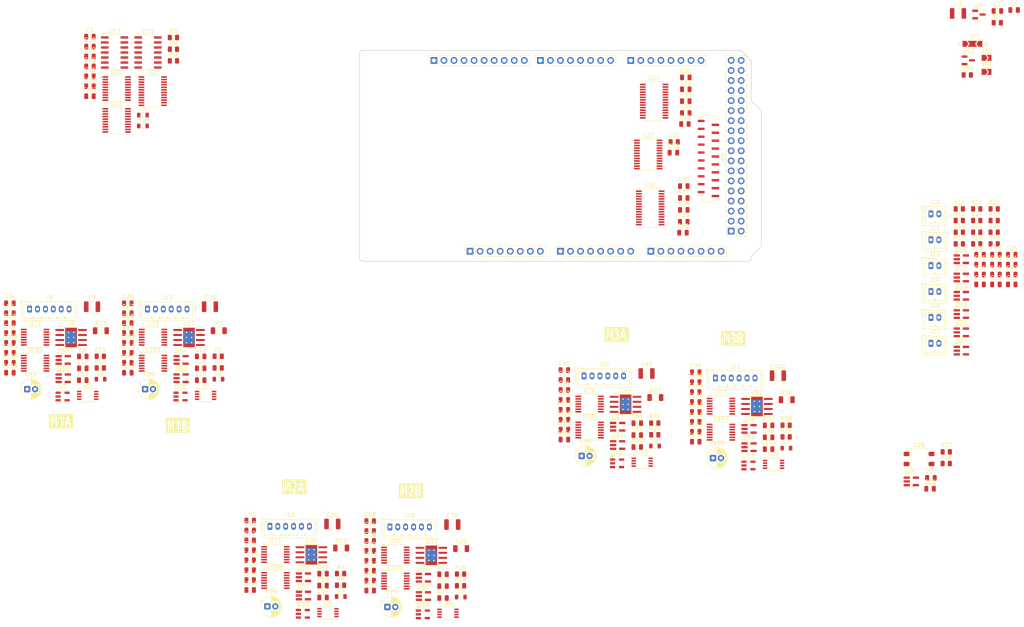
<source format=kicad_pcb>
(kicad_pcb (version 20241229) (generator "pcbnew") (generator_version "9.0")
  (title_block (date "mar. 31 mars 2015"))
  (layers (0 "F.Cu" signal) (2 "B.Cu" signal) (13 "F.Paste" user) (15 "B.Paste" user) (5 "F.SilkS" user "F.Silkscreen") (7 "B.SilkS" user "B.Silkscreen") (1 "F.Mask" user) (3 "B.Mask" user) (25 "Edge.Cuts" user))
  (net 0 "")
  (net 1 "GND")
  (net 2 "/*52")
  (net 3 "/53")
  (net 4 "/50")
  (net 5 "/51")
  (net 6 "/48")
  (net 7 "/49")
  (net 8 "/*46")
  (net 9 "/47")
  (net 10 "/*44")
  (net 11 "/*45")
  (net 12 "/42")
  (net 13 "/43")
  (net 14 "/40")
  (net 15 "/41")
  (net 16 "/38")
  (net 17 "/39")
  (net 18 "/36")
  (net 19 "/37")
  (net 20 "/34")
  (net 21 "/35")
  (net 22 "/32")
  (net 23 "/33")
  (net 24 "/30")
  (net 25 "/31")
  (net 26 "/28")
  (net 27 "/29")
  (net 28 "/26")
  (net 29 "/27")
  (net 30 "/24")
  (net 31 "/25")
  (net 32 "/22")
  (net 33 "/23")
  (net 34 "+5V")
  (net 35 "Net-(C10-Pad1)")
  (net 36 "/A0")
  (net 37 "/A1")
  (net 38 "/A2")
  (net 39 "/A3")
  (net 40 "/A4")
  (net 41 "/A5")
  (net 42 "/A6")
  (net 43 "/A7")
  (net 44 "/A8")
  (net 45 "/A9")
  (net 46 "/A10")
  (net 47 "/A11")
  (net 48 "/A12")
  (net 49 "/A13")
  (net 50 "/A14")
  (net 51 "/A15")
  (net 52 "/AREF")
  (net 53 "/*13")
  (net 54 "/*12")
  (net 55 "/*11")
  (net 56 "/*10")
  (net 57 "/*9")
  (net 58 "/*8")
  (net 59 "/*7")
  (net 60 "/*6")
  (net 61 "/*5")
  (net 62 "/*4")
  (net 63 "/*3")
  (net 64 "/*2")
  (net 65 "/TX0{slash}1")
  (net 66 "/RX0{slash}0")
  (net 67 "Net-(C11-Pad1)")
  (net 68 "/TX3{slash}14")
  (net 69 "/RX3{slash}15")
  (net 70 "/TX2{slash}16")
  (net 71 "/RX2{slash}17")
  (net 72 "/TX1{slash}18")
  (net 73 "/RX1{slash}19")
  (net 74 "/SDA{slash}20")
  (net 75 "/SCL{slash}21")
  (net 76 "/Motor Control/VREF_M1A")
  (net 77 "Net-(U7-V+)")
  (net 79 "Net-(C16-Pad1)")
  (net 80 "Net-(C17-Pad1)")
  (net 81 "Net-(C23-Pad1)")
  (net 82 "+12V")
  (net 83 "Net-(C24-Pad1)")
  (net 84 "/Serial ports/RS232 Interface #1/C1+")
  (net 85 "/Serial ports/RS232 Interface #1/C1-")
  (net 86 "/Serial ports/RS232 Interface #1/V-")
  (net 87 "/Serial ports/RS232 Interface #1/C2+")
  (net 88 "/Serial ports/RS232 Interface #1/C2-")
  (net 89 "/Serial ports/RS232 Interface #1/V+")
  (net 90 "Net-(C26-Pad1)")
  (net 91 "/Serial ports/RS232 Interface #2/C1-")
  (net 92 "/Motor Control/VREF_M1B")
  (net 93 "/Serial ports/RS232 Interface #2/C1+")
  (net 94 "/Serial ports/RS232 Interface #2/V-")
  (net 95 "/Serial ports/RS232 Interface #2/C2-")
  (net 96 "Net-(C41-Pad1)")
  (net 97 "Net-(C42-Pad1)")
  (net 98 "Net-(U18-V+)")
  (net 99 "Net-(C49-Pad1)")
  (net 100 "Net-(C50-Pad1)")
  (net 101 "/Motor Control/VREF_M2A")
  (net 102 "Net-(U12-V_{DD})")
  (net 103 "Net-(U30-V+)")
  (net 104 "Net-(C71-Pad1)")
  (net 105 "Net-(C72-Pad1)")
  (net 106 "/Serial ports/RS232 Interface #2/C2+")
  (net 107 "/Serial ports/RS232 Interface #2/V+")
  (net 108 "/Motor Control/VREF_M2B")
  (net 109 "Net-(U39-V+)")
  (net 110 "Net-(J13-Pin_1)")
  (net 111 "Net-(C84-Pad1)")
  (net 112 "Net-(C85-Pad1)")
  (net 113 "Net-(C52-Pad1)")
  (net 114 "/Motor Control/VREF_M3A")
  (net 115 "Net-(U23-V_{DD})")
  (net 116 "Net-(U28-Vcc)")
  (net 118 "Net-(U46-V+)")
  (net 119 "Net-(C97-Pad1)")
  (net 120 "Net-(C98-Pad1)")
  (net 121 "/Motor Control/VREF_M3B")
  (net 122 "/Motor Control/H-bridge #1/MOTOR+")
  (net 123 "Net-(U53-V+)")
  (net 124 "/Motor Control/H-bridge #1/MOTOR-")
  (net 125 "Net-(J10-Pin_1)")
  (net 126 "/Serial ports/RTS_LINE2")
  (net 127 "/Serial ports/RI_LINE1")
  (net 128 "/Serial ports/CTS_LINE2")
  (net 129 "Net-(U17-ISEN)")
  (net 130 "Net-(U29-ISEN)")
  (net 131 "Net-(U37-ISEN)")
  (net 132 "Net-(J11-Pin_1)")
  (net 133 "/Motor Control/H-bridge #2/MOTOR+")
  (net 134 "/Motor Control/H-bridge #2/MOTOR-")
  (net 135 "Net-(J14-Pin_1)")
  (net 136 "/Motor Control/H-bridge #3/MOTOR-")
  (net 137 "/Motor Control/H-bridge #3/MOTOR+")
  (net 138 "Net-(U45-ISEN)")
  (net 139 "Net-(U52-ISEN)")
  (net 140 "/Motor Control/POT1_~{RESET}")
  (net 141 "Net-(U6-ISEN)")
  (net 142 "/Serial ports/DCD_LINE1")
  (net 143 "/Serial ports/CTS_LINE1")
  (net 144 "/Serial ports/RI_LINE2")
  (net 145 "/Serial ports/DCD_LINE2")
  (net 146 "/Serial ports/DTR_LINE2")
  (net 147 "/Serial ports/RX_LINE2")
  (net 148 "/Serial ports/DTR_LINE1")
  (net 149 "/Serial ports/RX_LINE1")
  (net 150 "/Serial ports/TX_LINE1")
  (net 151 "/Serial ports/DSR_LINE1")
  (net 152 "/Serial ports/RTS_LINE1")
  (net 153 "/Serial ports/DSR_LINE2")
  (net 154 "/Serial ports/TX_LINE2")
  (net 155 "/Motor Control/POT2_~{RESET}")
  (net 156 "/Serial ports/DTR_IN1")
  (net 157 "/Serial ports/CTS_IN1")
  (net 158 "/Serial ports/~{SHDN_IN1}")
  (net 159 "/Serial ports/DSR_IN1")
  (net 161 "/Motor Control/H-bridge #4/MOTOR-")
  (net 162 "/Serial ports/DCD_IN1")
  (net 164 "/Serial ports/RTS_IN1")
  (net 165 "/Serial ports/RI_IN1")
  (net 166 "/Motor Control/H-bridge #4/MOTOR+")
  (net 167 "/Serial ports/DCD_IN2")
  (net 168 "/Serial ports/RI_IN2")
  (net 169 "/Serial ports/DSR_IN2")
  (net 170 "/Serial ports/ST_IN2")
  (net 171 "/Serial ports/~{SHDN_IN2}")
  (net 172 "/Motor Control/LIM_SW00")
  (net 173 "/Serial ports/RTS_IN2")
  (net 174 "/Motor Control/H-bridge #5/MOTOR+")
  (net 175 "/Motor Control/LIM_SW05")
  (net 176 "/Motor Control/H-bridge #5/MOTOR-")
  (net 177 "/Motor Control/H-bridge #6/MOTOR+")
  (net 178 "/Motor Control/H-bridge #6/MOTOR-")
  (net 179 "/Serial ports/CTS_IN2")
  (net 180 "/Serial ports/DTR_IN2")
  (net 181 "/Motor Control/EN_M2A")
  (net 182 "/Motor Control/LIM_SW02")
  (net 184 "/Motor Control/EN_M1A")
  (net 185 "/Motor Control/EN_M3B")
  (net 186 "/Motor Control/EN_M3A")
  (net 187 "/Motor Control/LIM_SW03")
  (net 188 "/Motor Control/F{slash}~{R}_MB")
  (net 189 "Net-(J16-Pin_1)")
  (net 190 "Net-(J17-Pin_1)")
  (net 191 "/Motor Control/F{slash}~{R}_MA")
  (net 192 "/Motor Control/LIM_SW01")
  (net 193 "/Motor Control/EN_M2B")
  (net 194 "/Motor Control/EN_M1B")
  (net 195 "/Motor Control/LIM_SW04")
  (net 196 "Net-(U3-Pad5)")
  (net 197 "Net-(U28-OUT)")
  (net 198 "Net-(U3-Pad2)")
  (net 199 "/Motor Control/H-bridge #1/~{ENABLE_MOTOR}")
  (net 200 "/Motor Control/H-bridge #1/IN1")
  (net 201 "/Motor Control/H-bridge #1/IN2")
  (net 203 "/Serial ports/ST_IN1")
  (net 204 "/Motor Control/CURRENT_M1A")
  (net 205 "Net-(U4-Pad5)")
  (net 207 "Net-(U4-Pad2)")
  (net 208 "/Motor Control/H-bridge #2/~{ENABLE_MOTOR}")
  (net 209 "Net-(U61-Pad4)")
  (net 210 "Net-(U12-SO)")
  (net 211 "/Motor Control/CURRENT_M2A")
  (net 212 "/Motor Control/CURRENT_M1B")
  (net 213 "/Motor Control/CURRENT_M3B")
  (net 214 "/Motor Control/CURRENT_M3A")
  (net 215 "/Motor Control/CURRENT_M2B")
  (net 216 "Net-(U55-Pad4)")
  (net 217 "/Motor Control/H-bridge #2/IN2")
  (net 218 "/Motor Control/H-bridge #2/IN1")
  (net 220 "Net-(U62-Pad4)")
  (net 221 "Net-(U56-Pad4)")
  (net 222 "/Motor Control/H-bridge #3/~{ENABLE_MOTOR}")
  (net 223 "/Motor Control/H-bridge #4/~{ENABLE_MOTOR}")
  (net 224 "/Motor Control/H-bridge #4/IN2")
  (net 225 "/Motor Control/H-bridge #4/IN1")
  (net 228 "Net-(U19-Pad5)")
  (net 229 "Net-(U19-Pad2)")
  (net 233 "/Motor Control/H-bridge #3/IN2")
  (net 234 "/Motor Control/H-bridge #3/IN1")
  (net 238 "/Motor Control/H-bridge #5/IN1")
  (net 240 "/Motor Control/H-bridge #5/IN2")
  (net 241 "Net-(U25-Pad2)")
  (net 242 "Net-(U25-Pad5)")
  (net 244 "/Motor Control/H-bridge #5/~{ENABLE_MOTOR}")
  (net 245 "/Motor Control/H-bridge #6/~{ENABLE_MOTOR}")
  (net 246 "/Motor Control/H-bridge #6/IN1")
  (net 247 "/Motor Control/H-bridge #6/IN2")
  (net 262 "Net-(U72-Pad12)")
  (net 263 "Net-(U72-Pad13)")
  (net 264 "/Motor Control/H-bridge #1/~{FORWARD}{slash}REVERSE")
  (net 265 "Net-(U73-Pad12)")
  (net 266 "Net-(U73-Pad13)")
  (net 267 "/Motor Control/H-bridge #2/~{FORWARD}{slash}REVERSE")
  (net 268 "/Motor Control/H-bridge #3/~{FORWARD}{slash}REVERSE")
  (net 269 "Net-(U74-Pad13)")
  (net 270 "Net-(U74-Pad12)")
  (net 271 "/Motor Control/H-bridge #4/~{FORWARD}{slash}REVERSE")
  (net 272 "Net-(U75-Pad12)")
  (net 273 "Net-(U75-Pad13)")
  (net 274 "Net-(U76-Pad13)")
  (net 275 "Net-(U76-Pad12)")
  (net 276 "/Motor Control/H-bridge #5/~{FORWARD}{slash}REVERSE")
  (net 277 "Net-(U77-Pad12)")
  (net 278 "Net-(U77-Pad13)")
  (net 279 "/Motor Control/H-bridge #6/~{FORWARD}{slash}REVERSE")
  (net 280 "Net-(U102-Pad3)")
  (net 281 "Net-(U102-Pad10)")
  (net 282 "Net-(U103-Pad3)")
  (net 283 "Net-(U103-Pad10)")
  (net 284 "Net-(U104-Pad3)")
  (net 285 "Net-(U104-Pad10)")
  (net 286 "Net-(U105-Pad10)")
  (net 287 "Net-(U105-Pad3)")
  (net 288 "Net-(U106-Pad3)")
  (net 289 "Net-(U106-Pad10)")
  (net 290 "Net-(U107-Pad10)")
  (net 291 "Net-(U107-Pad3)")
  (net 292 "Net-(JP1-A)")
  (net 293 "Net-(JP1-B)")
  (net 294 "Net-(JP2-A)")
  (net 295 "Net-(JP3-A)")
  (footprint "Connector_PinSocket_2.54mm:PinSocket_2x18_P2.54mm_Vertical" (layer "F.Cu") (at 193.98 92.38 180)
    (property "Reference" "J7" (hide yes))
    (property "Value" "Digital")
  )
  (footprint "Connector_PinSocket_2.54mm:PinSocket_1x08_P2.54mm_Vertical" (layer "F.Cu") (at 127.94 97.46 90)
    (property "Reference" "J1" (hide yes))
    (property "Value" "Power")
  )
  (footprint "Connector_PinSocket_2.54mm:PinSocket_1x08_P2.54mm_Vertical" (layer "F.Cu") (at 150.8 97.46 90)
    (property "Reference" "J3" (hide yes))
    (property "Value" "Analog")
  )
  (footprint "Connector_PinSocket_2.54mm:PinSocket_1x08_P2.54mm_Vertical" (layer "F.Cu") (at 173.66 97.46 90)
    (property "Reference" "J5" (hide yes))
    (property "Value" "Analog")
  )
  (footprint "Connector_PinSocket_2.54mm:PinSocket_1x10_P2.54mm_Vertical" (layer "F.Cu") (at 118.796 49.2 90)
    (property "Reference" "J2" (hide yes))
    (property "Value" "PWM")
  )
  (footprint "Connector_PinSocket_2.54mm:PinSocket_1x08_P2.54mm_Vertical" (layer "F.Cu") (at 145.72 49.2 90)
    (property "Reference" "J4" (hide yes))
    (property "Value" "PWM")
  )
  (footprint "Connector_PinSocket_2.54mm:PinSocket_1x08_P2.54mm_Vertical" (layer "F.Cu") (at 168.58 49.2 90)
    (property "Reference" "J6" (hide yes))
    (property "Value" "Communication")
  )
  (footprint "Capacitor_SMD:C_0805_2012Metric" (layer "F.Cu") (at 72.32 170.595)
    (property "Reference" "C62")
    (property "Value" "100nC")
  )
  (footprint "Capacitor_SMD:C_0805_2012Metric" (layer "F.Cu") (at 41.37 115.635)
    (property "Reference" "C43")
    (property "Value" "100nC")
  )
  (footprint "Capacitor_SMD:C_0805_2012Metric" (layer "F.Cu") (at 102.67 178.265)
    (property "Reference" "C117")
    (property "Value" "100nC")
  )
  (footprint "Resistor_SMD:R_0805_2012Metric" (layer "F.Cu") (at 256.09 86.75)
    (property "Reference" "R23")
    (property "Value" "10kR")
  )
  (footprint "Capacitor_SMD:C_1210_3225Metric" (layer "F.Cu") (at 93.1 166.445)
    (property "Reference" "C55")
    (property "Value" "10uC")
  )
  (footprint "Capacitor_SMD:C_0805_2012Metric" (layer "F.Cu") (at 90.75 179.015)
    (property "Reference" "C49")
    (property "Value" "100pC")
  )
  (footprint "Capacitor_SMD:C_0805_2012Metric" (layer "F.Cu") (at 31.795 53.225)
    (property "Reference" "C66")
    (property "Value" "100nC")
  )
  (footprint "Capacitor_SMD:C_0805_2012Metric" (layer "F.Cu") (at 102.67 168.225)
    (property "Reference" "C74")
    (property "Value" "100nC")
  )
  (footprint "Package_SO:TSSOP-28_4.4x9.7mm_P0.65mm" (layer "F.Cu") (at 174.5 59.5)
    (property "Reference" "U24")
    (property "Value" "SP3243E")
  )
  (footprint "Capacitor_SMD:C_0805_2012Metric" (layer "F.Cu") (at 182 83.99)
    (property "Reference" "C37")
    (property "Value" "330nC")
  )
  (footprint "Capacitor_SMD:C_0805_2012Metric" (layer "F.Cu") (at 151.795 140.065)
    (property "Reference" "C118")
    (property "Value" "100nC")
  )
  (footprint "kibuzzard-68938B29" (layer "F.Cu") (at 54 141.5)
    (property "Reference" "kibuzzard-68938B29" (hide yes))
    (property "Value" "G***" (hide yes))
  )
  (footprint "Capacitor_SMD:C_0805_2012Metric" (layer "F.Cu") (at 59.8 130.075)
    (property "Reference" "C28")
    (property "Value" "100nC")
  )
  (footprint "Capacitor_SMD:C_0805_2012Metric" (layer "F.Cu") (at 90.75 182.025)
    (property "Reference" "C50")
    (property "Value" "100pC")
  )
  (footprint "Capacitor_SMD:C_0805_2012Metric" (layer "F.Cu") (at 151.795 137.555)
    (property "Reference" "C112")
    (property "Value" "100nC")
  )
  (footprint "Resistor_SMD:R_0805_2012Metric" (layer "F.Cu") (at 179.575 69.8)
    (property "Reference" "R36")
    (property "Value" "10kR")
  )
  (footprint "Resistor_SMD:R_1206_3216Metric" (layer "F.Cu") (at 125.68 172.665)
    (property "Reference" "R20")
    (property "Value" "150mR")
  )
  (footprint "Inductor_SMD:L_0805_2012Metric" (layer "F.Cu") (at 174.725 146.725)
    (property "Reference" "L6")
    (property "Value" "10uL")
  )
  (footprint "Capacitor_THT:CP_Radial_D5.0mm_P2.00mm" (layer "F.Cu") (at 189.389775 149.78)
    (property "Reference" "C103")
    (property "Value" "47uC")
  )
  (footprint "Capacitor_SMD:C_0805_2012Metric" (layer "F.Cu") (at 41.37 118.145)
    (property "Reference" "C44")
    (property "Value" "100nC")
  )
  (footprint "Capacitor_SMD:C_0805_2012Metric" (layer "F.Cu") (at 31.795 43.185)
    (property "Reference" "C1")
    (property "Value" "100nC")
  )
  (footprint "Capacitor_SMD:C_0805_2012Metric" (layer "F.Cu") (at 31.795 48.205)
    (property "Reference" "C59")
    (property "Value" "100nC")
  )
  (footprint "Resistor_SMD:R_0805_2012Metric" (layer "F.Cu") (at 260.5 92.65)
    (property "Reference" "R34")
    (property "Value" "10kR")
  )
  (footprint "Package_SO:TSSOP-14_4.4x5mm_P0.65mm" (layer "F.Cu") (at 47.75 119.21)
    (property "Reference" "U73")
    (property "Value" "74AHC00")
  )
  (footprint "Capacitor_SMD:C_1210_3225Metric" (layer "F.Cu") (at 251.355 37.31)
    (property "Reference" "C3")
    (property "Value" "10uC")
  )
  (footprint "Capacitor_SMD:C_0805_2012Metric" (layer "F.Cu") (at 151.795 135.045)
    (property "Reference" "C92")
    (property "Value" "100nC")
  )
  (footprint "Capacitor_THT:CP_Radial_D5.0mm_P2.00mm" (layer "F.Cu") (at 107.039775 187.435)
    (property "Reference" "C77")
    (property "Value" "47uC")
  )
  (footprint "Capacitor_SMD:C_0805_2012Metric" (layer "F.Cu") (at 261.315 36.69)
    (property "Reference" "C2")
    (property "Value" "100nC")
  )
  (footprint "Package_TO_SOT_SMD:SC-74A-5_1.55x2.9mm_P0.95mm" (layer "F.Cu") (at 85.8 184.535)
    (property "Reference" "U61")
    (property "Value" "74AHC1G17")
  )
  (footprint "Capacitor_SMD:C_0805_2012Metric" (layer "F.Cu") (at 182 87)
    (property "Reference" "C38")
    (property "Value" "330nC")
  )
  (footprint "Capacitor_SMD:C_0805_2012Metric" (layer "F.Cu") (at 29.98 127.065)
    (property "Reference" "C10")
    (property "Value" "100pC")
  )
  (footprint "Package_TO_SOT_SMD:SC-74A-5_1.55x2.9mm_P0.95mm" (layer "F.Cu") (at 198.5 142.395)
    (property "Reference" "U58")
    (property "Value" "74AHC1G17")
  )
  (footprint "Capacitor_SMD:C_0805_2012Metric" (layer "F.Cu") (at 182 80.98)
    (property "Reference" "C36")
    (property "Value" "330nC")
  )
  (footprint "Capacitor_SMD:C_0805_2012Metric" (layer "F.Cu") (at 72.32 165.575)
    (property "Reference" "C46")
    (property "Value" "100nC")
  )
  (footprint "Arduino_MountingHole:MountingHole_3.2mm" (layer "F.Cu") (at 196.52 97.46)
    (property "Reference" "MH6" (hide yes))
    (property "Value" "MountingHole_3.2mm" (hide yes))
  )
  (footprint "Resistor_SMD:R_0805_2012Metric" (layer "F.Cu") (at 256.09 89.7)
    (property "Reference" "R24")
    (property "Value" "10kR")
  )
  (footprint "Resistor_SMD:R_0805_2012Metric" (layer "F.Cu") (at 52.905 46.355)
    (property "Reference" "R6")
    (property "Value" "10kR")
  )
  (footprint "Capacitor_SMD:C_0805_2012Metric" (layer "F.Cu") (at 185.02 133.08)
    (property "Reference" "C104")
    (property "Value" "100nC")
  )
  (footprint "Capacitor_SMD:C_0805_2012Metric" (layer "F.Cu") (at 182 90.01)
    (property "Reference" "C39")
    (property "Value" "330nC")
  )
  (footprint "kibuzzard-68938B20" (layer "F.Cu") (at 24.5 140.5)
    (property "Reference" "kibuzzard-68938B20" (hide yes))
    (property "Value" "G***" (hide yes))
  )
  (footprint "Package_TO_SOT_SMD:SC-74A-5_1.55x2.9mm_P0.95mm" (layer "F.Cu") (at 252.2 122.6)
    (property "Reference" "U27")
    (property "Value" "74AHC1G17")
  )
  (footprint "Capacitor_SMD:C_0805_2012Metric" (layer "F.Cu") (at 31.795 45.695)
    (property "Reference" "C58")
    (property "Value" "100nC")
  )
  (footprint "Capacitor_SMD:C_0805_2012Metric" (layer "F.Cu") (at 182.5 62.51)
    (property "Reference" "C34")
    (property "Value" "330nC")
  )
  (footprint "Resistor_SMD:R_0805_2012Metric" (layer "F.Cu") (at 64.23 126.975)
    (property "Reference" "R2")
    (property "Value" "1kR")
  )
  (footprint "Package_TO_SOT_SMD:SOT-23-5" (layer "F.Cu") (at 85.65 189.16)
    (property "Reference" "U30")
    (property "Value" "INA180A1")
  )
  (footprint "Capacitor_THT:CP_Radial_D5.0mm_P2.00mm" (layer "F.Cu") (at 45.739775 132.335)
    (property "Reference" "C30")
    (property "Value" "47uC")
  )
  (footprint "Package_SO:TSSOP-14_4.4x5mm_P0.65mm" (layer "F.Cu") (at 191.4 136.655)
    (property "Reference" "U77")
    (property "Value" "74AHC00")
  )
  (footprint "Package_TO_SOT_SMD:SOT-23-5" (layer "F.Cu") (at 116 189.3)
    (property "Reference" "U39")
    (property "Value" "INA180A1")
  )
  (footprint "Resistor_SMD:R_0805_2012Metric" (layer "F.Cu") (at 248.38 148.2)
    (property "Reference" "R37")
    (property "Value" "10kR")
  )
  (footprint "Capacitor_SMD:C_0805_2012Metric" (layer "F.Cu") (at 102.67 180.775)
    (property "Reference" "C147")
    (property "Value" "100nC")
  )
  (footprint "Capacitor_SMD:C_0805_2012Metric" (layer "F.Cu") (at 179.375 72.53)
    (property "Reference" "C56")
    (property "Value" "100nC")
  )
  (footprint "Package_TO_SOT_SMD:SOT-23-5" (layer "F.Cu") (at 165.125 151.1)
    (property "Reference" "U46")
    (property "Value" "INA180A1")
  )
  (footprint "Package_SO:Texas_HTSOP-8-1EP_3.9x4.9mm_P1.27mm_EP2.95x4.9mm_Mask2.4x3.1mm_ThermalVias" (layer "F.Cu") (at 56.85 119.275)
    (property "Reference" "U17")
    (property "Value" "DRV8870DDA")
  )
  (footprint "Capacitor_SMD:C_0805_2012Metric" (layer "F.Cu") (at 121.1 179.155)
    (property "Reference" "C71")
    (property "Value" "100pC")
  )
  (footprint "Capacitor_SMD:C_0805_2012Metric" (layer "F.Cu") (at 41.37 123.165)
    (property "Reference" "C115")
    (property "Value" "100nC")
  )
  (footprint "Capacitor_SMD:C_0805_2012Metric" (layer "F.Cu") (at 182.5 56.49)
    (property "Reference" "C32")
    (property "Value" "330nC")
  )
  (footprint "Package_TO_SOT_SMD:SC-74A-5_1.55x2.9mm_P0.95mm" (layer "F.Cu") (at 252.2 117.975)
    (property "Reference" "U26")
    (property "Value" "74AHC1G17")
  )
  (footprint "Capacitor_SMD:C_0805_2012Metric" (layer "F.Cu") (at 59.8 127.065)
    (property "Reference" "C24")
    (property "Value" "100pC")
  )
  (footprint "Connector_JST:JST_PH_B2B-PH-K_1x02_P2.00mm_Vertical" (layer "F.Cu") (at 244.5 101.1)
    (property "Reference" "J13")
    (property "Value" "Limit switch")
  )
  (footprint "Capacitor_SMD:C_0805_2012Metric" (layer "F.Cu") (at 185.02 138.1)
    (property "Reference" "C113")
    (property "Value" "100nC")
  )
  (footprint "Capacitor_SMD:C_1210_3225Metric" (layer "F.Cu") (at 62.15 111.485)
    (property "Reference" "C29")
    (property "Value" "10uC")
  )
  (footprint "Capacitor_SMD:C_0805_2012Metric" (layer "F.Cu") (at 256.93 100.84)
    (property "Reference" "C15")
    (property "Value" "100nC")
  )
  (footprint "Capacitor_SMD:C_0805_2012Metric" (layer "F.Cu") (at 260.94 103.35)
    (property "Reference" "C21")
    (property "Value" "100nC")
  )
  (footprint "Connector_JST:JST_PH_B2B-PH-K_1x02_P2.00mm_Vertical" (layer "F.Cu") (at 244.5 120.75)
    (property "Reference" "J17")
    (property "Value" "Limit switch")
  )
  (footprint "Capacitor_SMD:C_0805_2012Metric" (layer "F.Cu") (at 41.37 128.185)
    (property "Reference" "C142")
    (property "Value" "100nC")
  )
  (footprint "Resistor_SMD:R_0805_2012Metric" (layer "F.Cu") (at 207.88 141.47)
    (property "Reference" "R28")
    (property "Value" "1kR")
  )
  (footprint "Capacitor_SMD:C_0805_2012Metric" (layer "F.Cu") (at 260.94 98.33)
    (property "Reference" "C18")
    (property "Value" "100nC")
  )
  (footprint "Package_SO:TSSOP-24_4.4x7.8mm_P0.65mm" (layer "F.Cu") (at 47.67 56.965)
    (property "Reference" "U2")
    (property "Value" "PCA9555PW")
  )
  (footprint "Inductor_SMD:L_0805_2012Metric" (layer "F.Cu") (at 64.3 129.825)
    (property "Reference" "L2")
    (property "Value" "10uL")
  )
  (footprint "Inductor_SMD:L_0805_2012Metric" (layer "F.Cu") (at 95.25 184.785)
    (property "Reference" "L3")
    (property "Value" "10uL")
  )
  (footprint "Resistor_SMD:R_0805_2012Metric" (layer "F.Cu") (at 174.655 140.925)
    (property "Reference" "R21")
    (property "Value" "1kR")
  )
  (footprint "Package_SO:TSSOP-24_4.4x7.8mm_P0.65mm" (layer "F.Cu") (at 173 73)
    (property "Reference" "U22")
    (property "Value" "PCA9555PW")
  )
  (footprint "Package_TO_SOT_SMD:SC-74A-5_1.55x2.9mm_P0.95mm" (layer "F.Cu") (at 116.15 180.05)
    (property "Reference" "U56")
    (property "Value" "74AHC1G17")
  )
  (footprint "Jumper:SolderJumper-3_P2.0mm_Open_TrianglePad1.0x1.5mm_NumberLabels" (layer "F.Cu") (at 255 45)
    (property "Reference" "JP1")
    (property "Value" "SolderJumper_3_Open")
  )
  (footprint "Capacitor_SMD:C_0805_2012Metric" (layer "F.Cu") (at 41.37 113.125)
    (property "Reference" "C27")
    (property "Value" "100nC")
  )
  (footprint "Connector_JST:JST_PH_B6B-PH-K_1x06_P2.00mm_Vertical" (layer "F.Cu") (at 46.35 112.085)
    (property "Reference" "J12")
    (property "Value" "Motor Connector")
  )
  (footprint "Capacitor_SMD:C_0805_2012Metric" (layer "F.Cu") (at 31.795 58.245)
    (property "Reference" "C107")
    (property "Value" "100nC")
  )
  (footprint "Package_TO_SOT_SMD:SC-74A-5_1.55x2.9mm_P0.95mm" (layer "F.Cu") (at 252.2 108.725)
    (property "Reference" "U15")
    (property "Value" "74AHC1G17")
  )
  (footprint "Connector_JST:JST_PH_B2B-PH-K_1x02_P2.00mm_Vertical" (layer "F.Cu") (at 244.5 88)
    (property "Reference" "J10")
    (property "Value" "Limit switch")
  )
  (footprint "Capacitor_SMD:C_0805_2012Metric" (layer "F.Cu") (at 182.28 65.27)
    (property "Reference" "C35")
    (property "Value" "100nC")
  )
  (footprint "Capacitor_SMD:C_0805_2012Metric" (layer "F.Cu") (at 151.795 127.515)
    (property "Reference" "C81")
    (property "Value" "100nC")
  )
  (footprint "Connector_JST:JST_PH_B6B-PH-K_1x06_P2.00mm_Vertical" (layer "F.Cu") (at 190 129.53)
    (property "Reference" "J21")
    (property "Value" "Motor Connector")
  )
  (footprint "Inductor_SMD:L_0805_2012Metric" (layer "F.Cu") (at 125.6 184.925)
    (property "Reference" "L5")
    (property "Value" "10uL")
  )
  (footprint "Package_SO:TSSOP-20_4.4x6.5mm_P0.65mm" (layer "F.Cu") (at 38.55 56.315)
    (property "Reference" "U20")
    (property "Value" "MCP4431")
  )
  (footprint "Capacitor_SMD:C_0805_2012Metric" (layer "F.Cu") (at 203.45 144.51)
    (property "Reference" "C98")
    (property "Value" "100pC")
  )
  (footprint "Capacitor_SMD:C_0805_2012Metric" (layer "F.Cu") (at 265.545 36.44)
    (property "Reference" "C4")
    (property "Value" "100nC")
  )
  (footprint "Capacitor_SMD:C_0805_2012Metric" (layer "F.Cu") (at 72.32 183.145)
    (property "Reference" "C145")
    (property "Value" "100nC")
  )
  (footprint "Capacitor_SMD:C_0805_2012Metric" (layer "F.Cu") (at 11.55 118.145)
    (property "Reference" "C14")
    (property "Value" "100nC")
  )
  (footprint "Resistor_SMD:R_1206_3216Metric" (layer "F.Cu") (at 95.33 172.525)
    (property "Reference" "R10")
    (property "Value" "150mR")
  )
  (footprint "OptoDevice:Everlight_IRM-H6xxT" (layer "F.Cu") (at 241.5 150)
    (property "Reference" "U28")
    (property "Value" "IRM-H6xxT")
  )
  (footprint "Capacitor_SMD:C_0805_2012Metric" (layer "F.Cu") (at 151.795 130.025)
    (property "Reference" "C87")
    (property "Value" "100nC")
  )
  (footprint "Resistor_SMD:R_0805_2012Metric" (layer "F.Cu") (at 34.41 126.975)
    (property "Reference" "R12")
    (property "Value" "1kR")
  )
  (footprint "Capacitor_SMD:C_0805_2012Metric" (layer "F.Cu") (at 41.37 110.615)
    (property "Reference" "C20")
    (property "Value" "100nC")
  )
  (footprint "Package_SO:TSSOP-8_3x3mm_P0.65mm" (layer "F.Cu") (at 61.05 133.92)
    (property "Reference" "U4")
    (property "Value" "74AHC2G125")
  )
  (footprint "Capacitor_SMD:C_1210_3225Metric" (layer "F.Cu") (at 172.575 128.385)
    (property "Reference" "C89")
    (property "Value" "10uC")
  )
  (footprint "Capacitor_SMD:C_0805_2012Metric" (layer "F.Cu") (at 256.93 105.86)
    (property "Reference" "C17")
    (property "Value" "100nC")
  )
  (footprint "Package_SO:TSSOP-8_3x3mm_P0.65mm" (layer "F.Cu") (at 92 188.88)
    (property "Reference" "U8")
    (property "Value" "74AHC2G125")
  )
  (footprint "Capacitor_SMD:C_0805_2012Metric" (layer "F.Cu") (at 31.795 55.735)
    (property "Reference" "C106")
    (property "Value" "100nC")
  )
  (footprint "Package_SO:TSSOP-14_4.4x5mm_P0.65mm" (layer "F.Cu") (at 17.93 125.785)
    (property "Reference" "U102")
    (property "Value" "74AHC00")
  )
  (footprint "Capacitor_SMD:C_0805_2012Metric" (layer "F.Cu") (at 72.32 180.635)
    (property "Reference" "C144")
    (property "Value" "100nC")
  )
  (footprint "Package_SO:TSSOP-28_4.4x9.7mm_P0.65mm" (layer "F.Cu") (at 173.5 86.5)
    (property "Reference" "U31")
    (property "Value" "SP3243E")
  )
  (footprint "Capacitor_SMD:C_0805_2012Metric" (layer "F.Cu") (at 185.02 140.61)
    (property "Reference" "C119")
    (property "Value" "100nC")
  )
  (footprint "Capacitor_SMD:C_0805_2012Metric" (layer "F.Cu") (at 41.37 120.655)
    (property "Reference" "C109")
    (property "Value" "100nC")
  )
  (footprint "Arduino_MountingHole:MountingHole_3.2mm" (layer "F.Cu") (at 115.24 49.2)
    (property "Reference" "MH1" (hide yes))
    (property "Value" "MountingHole_3.2mm" (hide yes))
  )
  (footprint "Package_TO_SOT_SMD:SC-74A-5_1.55x2.9mm_P0.95mm" (layer "F.Cu") (at 252.2 104.1)
    (property "Reference" "U11")
    (property "Value" "74AHC1G17")
  )
  (footprint "Resistor_SMD:R_0805_2012Metric" (layer "F.Cu") (at 125.53 182.075)
    (property "Reference" "R19")
    (property "Value" "1kR")
  )
  (footprint "Capacitor_SMD:C_0805_2012Metric" (layer "F.Cu") (at 72.32 168.085)
    (property "Reference" "C53")
    (property "Value" "100nC")
  )
  (footprint "Capacitor_SMD:C_0805_2012Metric" (layer "F.Cu") (at 90.75 185.035)
    (property "Reference" "C54")
    (property "Value" "100nC")
  )
  (footprint "Capacitor_SMD:C_0805_2012Metric" (layer "F.Cu") (at 260.94 100.84)
    (property "Reference" "C19")
    (property "Value" "100nC")
  )
  (footprint "Capacitor_SMD:C_0805_2012Metric" (layer "F.Cu") (at 11.55 125.675)
    (property "Reference" "C138")
    (property "Value" "100nC")
  )
  (footprint "Package_TO_SOT_SMD:SOT-23-5" (layer "F.Cu") (at 24.88 134.2)
    (property "Reference" "U7")
    (property "Value" "INA180A1")
  )
  (footprint "Inductor_SMD:L_0805_2012Metric" (layer "F.Cu") (at 45.195 63.015)
    (property "Reference" "L4")
    (property "Value" "10uL")
  )
  (footprint "Package_TO_SOT_SMD:SOT-23" (layer "F.Cu") (at 253.95 49.175)
    (property "Reference" "U13")
    (property "Value" "LM4040DBZ-2.0")
  )
  (footprint "Resistor_SMD:R_0805_2012Metric" (layer "F.Cu") (at 251.68 86.75)
    (property "Reference" "R14")
    (property "Value" "10kR")
  )
  (footprint "Package_SO:Texas_HTSOP-8-1EP_3.9x4.9mm_P1.27mm_EP2.95x4.9mm_Mask2.4x3.1mm_ThermalVias" (layer "F.Cu") (at 167.275 136.175)
    (property "Reference" "U45")
    (property "Value" "DRV8870DDA")
  )
  (footprint "Connector_JST:JST_PH_B2B-PH-K_1x02_P2.00mm_Vertical" (layer "F.Cu") (at 244.5 114.2)
    (property "Reference" "J16")
    (property "Value" "Limit switch")
  )
  (footprint "Resistor_SMD:R_1206_3216Metric" (layer "F.Cu") (at 208.03 135.01)
    (property "Reference" "R30")
    (property "Value" "150mR")
  )
  (footprint "Package_SO:TSSOP-14_4.4x5mm_P0.65mm" (layer "F.Cu") (at 78.7 180.745)
    (property "Reference" "U104")
    (property "Value" "74AHC00")
  )
  (footprint "Package_SO:TSSOP-14_4.4x5mm_P0.65mm" (layer "F.Cu") (at 158.175 136.11)
    (property "Reference" "U76")
    (property "Value" "74AHC00")
  )
  (footprint "Capacitor_SMD:C_0805_2012Metric" (layer "F.Cu") (at 11.55 110.615)
    (property "Reference" "C5")
    (property "Value" "100nC")
  )
  (footprint "Package_TO_SOT_SMD:SC-74A-5_1.55x2.9mm_P0.95mm" (layer "F.Cu") (at 239.55 155.675)
    (property "Reference" "U5")
    (property "Value" "74AHC1G17")
  )
  (footprint "Inductor_SMD:L_0805_2012Metric" (layer "F.Cu") (at 34.48 129.825)
    (property "Reference" "L1")
    (property "Value" "10uL")
  )
  (footprint "Capacitor_SMD:C_0805_2012Metric" (layer "F.Cu") (at 256.93 103.35)
    (property "Reference" "C16")
    (property "Value" "100nC")
  )
  (footprint "Capacitor_SMD:C_0805_2012Metric" (layer "F.Cu") (at 264.95 105.86)
    (property "Reference" "C52")
    (property "Value" "100nC")
  )
  (footprint "Capacitor_SMD:C_0805_2012Metric" (layer "F.Cu") (at 59.8 124.055)
    (property "Reference" "C23")
    (property "Value" "100pC")
  )
  (footprint "Package_SO:Texas_HTSOP-8-1EP_3.9x4.9mm_P1.27mm_EP2.95x4.9mm_Mask2.4x3.1mm_ThermalVias" (layer "F.Cu") (at 27.03 119.275)
    (property "Reference" "U6")
    (property "Value" "DRV8870DDA")
  )
  (footprint "Resistor_SMD:R_0805_2012Metric" (layer "F.Cu") (at 261.295 39.67)
    (property "Reference" "R7")
    (property "Value" "1kR")
  )
  (footprint "Package_SO:TSSOP-20_4.4x6.5mm_P0.65mm" (layer "F.Cu") (at 38.55 64.365)
    (property "Reference" "U21")
    (property "Value" "MCP4431")
  )
  (footprint "Resistor_SMD:R_0805_2012Metric" (layer "F.Cu") (at 52.905 43.405)
    (property "Reference" "R5")
    (property "Value" "10kR")
  )
  (footprint "Capacitor_SMD:C_1210_3225Metric" (layer "F.Cu") (at 205.8 128.93)
    (property "Reference" "C102")
    (property "Value" "10uC")
  )
  (footprint "Resistor_SMD:R_0805_2012Metric" (layer "F.Cu") (at 251.68 92.65)
    (property "Reference" "R16")
    (property "Value" "10kR")
  )
  (footprint "Resistor_SMD:R_1206_3216Metric" (layer "F.Cu") (at 64.38 117.565)
    (property "Reference" "R3")
    (property "Value" "150mR")
  )
  (footprint "Resistor_SMD:R_0805_2012Metric" (layer "F.Cu") (at 248.38 151.15)
    (property "Reference" "R38")
    (property "Value" "160R")
  )
  (footprint "Connector_JST:JST_PH_B2B-PH-K_1x02_P2.00mm_Vertical" (layer "F.Cu") (at 244.5 94.55)
    (property "Reference" "J11")
    (property "Value" "Limit switch")
  )
  (footprint "Package_SO:TSSOP-14_4.4x5mm_P0.65mm" (layer "F.Cu") (at 158.175 142.685)
    (property "Reference" "U106")
    (property "Value" "74AHC00")
  )
  (footprint "Package_SO:TSSOP-8_3x3mm_P0.65mm" (layer "F.Cu") (at 204.7 151.365)
    (property "Reference" "U25")
    (property "Value" "74AHC2G125")
  )
  (footprint "kibuzzard-68938B31" (layer "F.Cu") (at 83.5 157)
    (property "Reference" "kibuzzard-68938B31" (hide yes))
    (property "Value" "G***" (hide yes))
  )
  (footprint "Package_SO:TSSOP-14_4.4x5mm_P0.65mm" (layer "F.Cu") (at 78.7 174.17)
    (property "Reference" "U74")
    (property "Value" "74AHC00")
  )
  (footprint "Package_TO_SOT_SMD:SC-74A-5_1.55x2.9mm_P0.95mm" (layer "F.Cu") (at 25.03 129.575)
    (property "Reference" "U59")
    (property "Value" "74AHC1G17")
  )
  (footprint "Capacitor_SMD:C_0805_2012Metric" (layer "F.Cu") (at 185.02 145.63)
    (property "Reference" "C154")
    (property "Value" "100nC")
  )
  (footprint "Capacitor_SMD:C_0805_2012Metric" (layer "F.Cu") (at 182.5 53.48)
    (property "Reference" "C31")
    (property "Value" "330nC")
  )
  (footprint "Capacitor_SMD:C_0805_2012Metric" (layer "F.Cu") (at 185.02 135.59)
    (property "Reference" "C105")
    (property "Value" "100nC")
  )
  (footprint "Resistor_SMD:R_0805_2012Metric" (layer "F.Cu") (at 251.68 95.6)
    (property "Reference" "R17")
    (property "Value" "10kR")
  )
  (footprint "Capacitor_SMD:C_0805_2012Metric" (layer "F.Cu") (at 264.95 100.84)
    (property "Reference" "C41")
    (property "Value" "100nC")
  )
  (footprint "Resistor_SMD:R_0805_2012Metric" (layer "F.Cu") (at 95.18 178.985)
    (property "Reference" "R4")
    (property "Value" "1kR")
  )
  (footprint "Jumper:SolderJumper-2_P1.3mm_Open_TrianglePad1.0x1.5mm" (layer "F.Cu") (at 258.58 48.55)
    (property "Reference" "JP2")
    (property "Value" "SolderJumper_2_Open")
  )
  (footprint "Capacitor_SMD:C_0805_2012Metric" (layer "F.Cu") (at 11.55 123.165)
    (property "Reference" "C114")
    (property "Value" "100nC")
  )
  (footprint "Capacitor_SMD:C_0805_2012Metric" (layer "F.Cu") (at 11.55 113.125)
    (property "Reference" "C7")
    (property "Value" "100nC")
  )
  (footprint "Package_TO_SOT_SMD:SC-74A-5_1.55x2.9mm_P0.95mm" (layer "F.Cu") (at 54.85 129.575)
    (property "Reference" "U60")
    (property "Value" "74AHC1G17")
  )
  (footprint "Capacitor_SMD:C_0805_2012Metric" (layer "F.Cu") (at 182.5 59.5)
    (property "Reference" "C33")
    (property "Value" "330nC")
  )
  (footprint "Resistor_SMD:R_0805_2012Metric" (layer "F.Cu") (at 64.23 124.025)
    (property "Reference" "R1")
    (property "Value" "1kR")
  )
  (footprint "Capacitor_THT:CP_Radial_D5.0mm_P2.00mm" (layer "F.Cu") (at 76.689775 187.295)
    (property "Reference" "C61")
    (property "Value" "47uC")
  )
  (footprint "Package_SO:TSSOP-8_3x3mm_P0.65mm" (layer "F.Cu") (at 171.475 150.82)
    (property "Reference" "U19")
    (property "Value" "74AHC2G125")
  )
  (footprint "Resistor_SMD:R_0805_2012Metric" (layer "F.Cu") (at 52.905 49.305)
    (property "Reference" "R8")
    (property "Value" "10kR")
  )
  (footprint "Capacitor_SMD:C_0805_2012Metric" (layer "F.Cu") (at 31.795 50.715)
    (property "Reference" "C65")
    (property "Value" "100nC")
  )
  (footprint "Resistor_SMD:R_0805_2012Metric" (layer "F.Cu") (at 125.53 179.125)
    (property "Reference" "R18")
    (property "Value" "1kR")
  )
  (footprint "Capacitor_SMD:C_0805_2012Metric" (layer "F.Cu") (at 203.45 147.52)
    (property "Reference" "C101")
    (property "Value" "100nC")
  )
  (footprint "Package_SO:SOIC-14_3.9x8.7mm_P1.27mm" (layer "F.Cu") (at 46.475 47.19)
    (property "Reference" "U23")
    (property "Value" "MCP6S26")
  )
  (footprint "Resistor_SMD:R_0805_2012Metric" (layer "F.Cu") (at 256.09 95.6)
    (property "Reference" "R26")
    (property "Value" "10kR")
  )
  (footprint "Capacitor_SMD:C_0805_2012Metric" (layer "F.Cu") (at 264.95 98.33)
    (property "Reference" "C26")
    (property "Value" "100nC")
  )
  (footprint "Resistor_SMD:R_1206_3216Metric" (layer "F.Cu") (at 174.805 134.465)
    (property "Reference" "R27")
    (property "Value" "150mR")
  )
  (footprint "Package_TO_SOT_SMD:SC-74A-5_1.55x2.9mm_P0.95mm" (layer "F.Cu") (at 198.5 147.02)
    (property "Reference" "U64")
    (property "Value" "74AHC1G17")
  )
  (footprint "Resistor_SMD:R_0805_2012Metric" (layer "F.Cu") (at 253.7 52.87)
    (property "Reference" "R31")
    (property "Value" "1kR")
  )
  (footprint "Capacitor_SMD:C_0805_2012Metric" (layer "F.Cu") (at 102.67 170.735)
    (property "Reference" "C78")
    (property "Value" "100nC")
  )
  (footprint "Package_SO:TSSOP-8_3x3mm_P0.65mm" (layer "F.Cu") (at 31.23 133.92)
    (property "Reference" "U3")
    (property "Value" "74AHC2G125")
  )
  (footprint "Capacitor_SMD:C_0805_2012Metric" (layer "F.Cu") (at 102.67 165.715)
    (property "Reference" "C68")
    (property "Value" "100nC")
  )
  (footprint "Capacitor_SMD:C_0805_2012Metric" (layer "F.Cu") (at 41.37 125.675)
    (property "Reference" "C141")
    (property "Value" "100nC")
  )
  (footprint "Capacitor_SMD:C_1210_3225Metric" (layer "F.Cu") (at 123.45 166.585)
    (property "Reference" "C76")
    (property "Value" "10uC")
  )
  (footprint "Capacitor_SMD:C_0805_2012Metric" (layer "F.Cu") (at 11.55 128.185)
    (property "Reference" "C139")
    (property "Value" "100nC")
  )
  (footprint "Capacitor_SMD:C_0805_2012Metric" (layer "F.Cu") (at 151.795 132.535)
    (property "Reference" "C91")
    (property "Value" "100nC")
  )
  (footprint "Capacitor_SMD:C_0805_2012Metric" (layer "F.Cu") (at 244.28 157.54)
    (property "Reference" "C25")
    (property "Value" "100nC")
  )
  (footprint "Resistor_SMD:R_0805_2012Metric" (layer "F.Cu") (at 174.655 143.875)
    (property "Reference" "R22")
    (property "Value" "1kR")
  )
  (footprint "Package_SO:Texas_HTSOP-8-1EP_3.9x4.9mm_P1.27mm_EP2.95x4.9mm_Mask2.4x3.1mm_ThermalVias" (layer "F.Cu") (at 87.8 174.235)
    (property "Reference" "U29")
    (property "Value" "DRV8870DDA")
  )
  (footprint "Capacitor_SMD:C_0805_2012Metric" (layer "F.Cu") (at 102.67 183.285)
    (property "Reference" "C148")
    (property "Value" "100nC")
  )
  (footprint "kibuzzard-68938B3A" (layer "F.Cu") (at 113 158)
    (property "Reference" "kibuzzard-68938B3A" (hide yes))
    (property "Value" "G***" (hide yes))
  )
  (footprint "Package_SO:TSSOP-14_4.4x5mm_P0.65mm" (layer "F.Cu") (at 109.05 174.31)
    (property "Reference" "U75")
    (property "Value" "74AHC00")
  )
  (footprint "Capacitor_SMD:C_0805_2012Metric" (layer "F.Cu") (at 264.95 103.35)
    (property "Reference" "C42")
    (property "Value" "100nC")
  )
  (footprint "Resistor_SMD:R_0805_2012Metric" (layer "F.Cu") (at 95.18 181.935)
    (property "Reference" "R9")
    (property "Value" "1kR")
  )
  (footprint "Capacitor_SMD:C_0805_2012Metric" (layer "F.Cu") (at 151.795 145.085)
    (property "Reference" "C151")
    (property "Value" "100nC")
  )
  (footprint "Capacitor_SMD:C_0805_2012Metric" (layer "F.Cu") (at 185.02 128.06)
    (property "Reference" "C94")
    (property "Value" "100nC")
  )
  (footprint "Resistor_SMD:R_0805_2012Metric" (layer "F.Cu") (at 260.5 89.7)
    (property "Reference" "R33")
    (property "Value" "10kR")
  )
  (footprint "Capacitor_SMD:C_0805_2012Metric" (layer "F.Cu") (at 244.5 154.78)
    (property "Reference" "C57")
    (property "Value" "4.7uC")
  )
  (footprint "Capacitor_THT:CP_Radial_D5.0mm_P2.00mm" (layer "F.Cu") (at 15.919775 132.335)
    (property "Reference" "C12")
    (property "Value" "47uC")
  )
  (footprint "Connector_JST:JST_PH_B6B-PH-K_1x06_P2.00mm_Vertical" (layer "F.Cu") (at 77.3 167.045)
    (property "Reference" "J15")
    (property "Value" "Motor Connector")
  )
  (footprint "Capacitor_SMD:C_0805_2012Metric" (layer "F.Cu") (at 185.02 130.57)
    (property "Reference" "C100")
    (property "Value" "100nC")
  )
  (footprint "Package_TO_SOT_SMD:SC-74A-5_1.55x2.9mm_P0.95mm" (layer "F.Cu") (at 165.275 146.475)
    (property "Reference" "U63")
    (property "Value" "74AHC1G17")
  )
  (footprint "Package_TO_SOT_SMD:SC-74A-5_1.55x2.9mm_P0.95mm" (layer "F.Cu") (at 165.275 141.85)
    (property "Reference" "U57")
    (property "Value" "74AHC1G17")
  )
  (footprint "Package_TO_SOT_SMD:SC-74A-5_1.55x2.9mm_P0.95mm" (layer "F.Cu") (at 54.85 124.95)
    (property "Reference" "U54")
    (property "Value" "74AHC1G17")
  )
  (footprint "Capacitor_SMD:C_0805_2012Metric" (layer "F.Cu") (at 102.67 173.245)
    (property "Reference" "C79")
    (property "Value" "100nC")
  )
  (footprint "Capacitor_SMD:C_0805_2012Metric" (layer "F.Cu") (at 203.45 141.5)
    (property "Reference" "C97")
    (property "Value" "100pC")
  )
  (footprint "Connector_JST:JST_PH_B6B-PH-K_1x06_P2.00mm_Vertical" (layer "F.Cu") (at 107.65 167.185)
    (property "Reference" "J19")
    (property "Value" "Motor Connector")
  )
  (footprint "Resistor_SMD:R_0805_2012Metric" (layer "F.Cu") (at 251.68 89.7)
    (property "Reference" "R15")
    (property "Value" "10kR")
  )
  (footprint "Package_SO:TSSOP-14_4.4x5mm_P0.65mm" (layer "F.Cu") (at 191.4 143.23)
    (property "Reference" "U107")
    (property "Value" "74AHC00")
  )
  (footprint "Package_TO_SOT_SMD:SC-74A-5_1.55x2.9mm_P0.95mm" (layer "F.Cu") (at 116.15 184.675)
    (property "Reference" "U62")
    (property "Value" "74AHC1G17")
  )
  (footprint "Capacitor_SMD:C_0805_2012Metric" (layer "F.Cu") (at 121.1 185.175)
    (property "Reference" "C75")
    (property "Value" "100nC")
  )
  (footprint "Package_SO:TSSOP-14_4.4x5mm_P0.65mm" (layer "F.Cu") (at 47.75 125.785)
    (property "Reference" "U103")
    (property "Value" "74AHC00")
  )
  (footprint "Capacitor_SMD:C_0805_2012Metric" (layer "F.Cu") (at 72.32 173.105)
    (property "Reference" "C64")
    (property "Value" "100nC")
  )
  (footprint "Resistor_SMD:R_0805_2012Metric" (layer "F.Cu") (at 260.5 95.6)
    (property "Reference" "R35")
    (property "Value" "10kR")
  )
  (footprint "Package_TO_SOT_SMD:SC-74A-5_1.55x2.9mm_P0.95mm" (layer "F.Cu") (at 252.2 99.475)
    (property "Reference" "U10")
    (property "Value" "74AHC1G17")
  )
  (footprint "Inductor_SMD:L_0805_2012Metric" (layer "F.Cu") (at 45.195 65.765)
    (property "Reference" "L8")
    (property "Value" "10uL")
  )
  (footprint "Package_TO_SOT_SMD:SC-74A-5_1.55x2.9mm_P0.95mm" (layer "F.Cu") (at 25.03 124.95)
    (property "Reference" "U48")
    (property "Value" "74AHC1G17")
  )
  (footprint "Connector_JST:JST_PH_B6B-PH-K_1x06_P2.00mm_Vertical" (layer "F.Cu") (at 156.775 128.985)
    (property "Reference" "J20")
    (property "Value" "Motor Connector")
  )
  (footprint "Capacitor_SMD:C_0805_2012Metric" (layer "F.Cu") (at 29.98 124.055)
    (property "Reference" "C8")
    (property "Value" "100nC")
  )
  (footprint "Capacitor_SMD:C_0805_2012Metric" (layer "F.Cu") (at 181.78 92.77)
    (property "Reference" "C40")
    (property "Value" "100nC")
  )
  (footprint "Resistor_SMD:R_0805_2012Metric" (layer "F.Cu") (at 207.88 144.42)
    (property "Reference" "R29")
    (property "Value" "1kR")
  )
  (footprint "Capacitor_SMD:C_0805_2012Metric" (layer "F.Cu") (at 11.55 115.635)
    (property "Reference" "C13")
    (property "Value" "100nC")
  )
  (footprint "Package_TO_SOT_SMD:SOT-23-5" (layer "F.Cu") (at 54.7 134.2)
    (property "Reference" "U18")
    (property "Value" "INA180A1")
  )
  (footprint "Resistor_SMD:R_0805_2012Metric" (layer "F.Cu") (at 260.5 86.75)
    (property "Reference" "R32")
    (property "Value" "10kR")
  )
  (footprint "Resistor_SMD:R_1206_3216Metric" (layer "F.Cu") (at 34.56 117.565)
    (property "Reference" "R13")
    (property "Value" "150mR")
  )
  (footprint "Package_SO:SOIC-14_3.9x8.7mm_P1.27mm" (layer "F.Cu") (at 38.025 47.19)
    (property "Reference" "U12")
    (property "Value" "MCP6S26")
  )
  (footprint "Capacitor_SMD:C_0805_2012Metric" (layer "F.Cu") (at 260.94 105.86)
    (property "Reference" "C22")
    (property "Value" "100nC")
  )
  (footprint "Package_TO_SOT_SMD:SC-74A-5_1.55x2.9mm_P0.95mm" (layer "F.Cu") (at 252.2 113.35)
    (property "Reference" "U16")
    (property "Value" "74AHC1G17")
  )
  (footprint "Capacitor_SMD:C_0805_2012Metric" (layer "F.Cu") (at 102.67 175.755)
    (property "Reference" "C111")
    (property "Value" "100nC")
  )
  (footprint "Capacitor_SMD:C_0805_2012Metric" (layer "F.Cu") (at 170.225 146.975)
    (property "Reference" "C88")
    (property "Value" "100nC")
  )
  (footprint "Arduino_MountingHole:MountingHole_3.2mm" (layer "F.Cu") (at 113.97 97.46)
    (property "Reference" "MH2" (hide yes))
    (property "Value" "MountingHole_3.2mm" (hide yes))
  )
  (footprint "Jumper:SolderJumper-2_P1.3mm_Open_TrianglePad1.0x1.5mm" (layer "F.Cu") (at 258.58 52.1)
    (property "Reference" "JP3")
    (property "Value" "SolderJumper_2_Open")
  )
  (footprint "Package_SO:TSSOP-8_3x3mm_P0.65mm" (layer "F.Cu") (at 122.35 189.02)
    (property "Reference" "U9")
    (property "Value" "74AHC2G125")
  )
  (footprint "Package_SO:Texas_HTSOP-8-1EP_3.9x4.9mm_P1.27mm_EP2.95x4.9mm_Mask2.4x3.1mm_ThermalVias" (layer "F.Cu") (at 200.5 136.72)
    (property "Reference" "U52")
    (property "Value" "DRV8870DDA")
  )
  (footprint "Connector_FFC-FPC:TE_2-84982-0_2Rows-20Pins-P1.0mm_Vertical" (layer "F.Cu") (at 188.25 74 -90)
    (property "Reference" "J22")
    (property "Value" "Conn_01x20")
  )
  (footprint "Capacitor_SMD:C_0805_2012Metric" (layer "F.Cu") (at 72.32 175.615)
    (property "Reference" "C110")
    (property "Value" "100nC")
  )
  (footprint "Capacitor_SMD:C_0805_2012Metric" (layer "F.Cu") (at 121.1 182.165)
    (property "Reference" "C72")
    (property "Value" "100pC")
  )
  (footprint "Capacitor_SMD:C_0805_2012Metric" (layer "F.Cu") (at 151.795 142.575)
    (property "Reference" "C150")
    (property "Value" "100nC")
  )
  (footprint "Arduino_MountingHole:MountingHole_3.2mm" (layer "F.Cu") (at 166.04 64.44)
    (property "Reference" "MH3" (hide yes))
    (property "Value" "MountingHole_3.2mm" (hide yes))
  )
  (footprint "Capacitor_THT:CP_Radial_D5.0mm_P2.00mm" (layer "F.Cu") (at 156.164775 149.235)
    (property "Reference" "C90")
    (property "Value" "47uC")
  )
  (footprint "Capacitor_SMD:C_0805_2012Metric" (layer "F.Cu") (at 256.93 98.33)
    (property "Reference" "C6")
    (property "Value" "100nC")
  )
  (footprint "Inductor_SMD:L_0805_2012Metric" (layer "F.Cu") (at 207.95 147.27)
    (property "Reference" "L7")
    (property "Value" "10uL")
  )
  (footprint "kibuzzard-68938B43" (layer "F.Cu") (at 165 118.5)
    (property "Reference" "kibuzzard-68938B43" (hide yes))
    (property "Value" "G***" (hide yes))
  )
  (footprint "Package_SO:TSSOP-14_4.4x5mm_P0.65mm" (layer "F.Cu") (at 109.05 180.885)
    (property "Reference" "U105")
    (property "Value" "74AHC00")
  )
  (footprint "Capacitor_SMD:C_1210_3225Metric" (layer "F.Cu") (at 32.33 111.485)
    (property "Reference" "C9")
    (property "Value" "10uC")
  )
  (footprint "Package_TO_SOT_SMD:SOT-23-5" (layer "F.Cu") (at 198.35 151.645)
    (property "Reference" "U53")
    (property "Value" "INA180A1")
  )
  (footprint "Arduino_MountingHole:MountingHole_3.2mm" (layer "F.Cu") (at 166.04 92.38)
    (property "Reference" "MH4" (hide yes))
    (property "Value" "MountingHole_3.2mm" (hide yes))
  )
  (footprint "Package_SO:TSSOP-14_4.4x5mm_P0.65mm" (layer "F.Cu") (at 17.93 119.21)
    (property "Reference" "U72")
    (property "Value" "74AHC00")
  )
  (footprint "Resistor_SMD:R_0805_2012Metric" (layer "F.Cu") (at 256.09 92.65)
    (property "Reference" "R25")
    (property "Value" "10kR")
  )
  (footprint "Capacitor_SMD:C_0805_2012Metric" (layer "F.Cu") (at 170.225 140.955)
    (property "Reference" "C84")
    (property "Value" "100pC")
  )
  (footprint "Capacitor_SMD:C_0805_2012Metric" (layer "F.Cu") (at 11.55 120.655)
    (property "Reference" "C108")
    (property "Value" "100nC")
  )
  (footprint "Capacitor_SMD:C_0805_2012Metric" (layer "F.Cu") (at 29.98 130.075)
    (property "Reference" "C11")
    (property "Value" "100pC")
  )
  (footprint "Capacitor_SMD:C_0805_2012Metric" (layer "F.Cu") (at 72.32 178.125)
    (property "Reference" "C116")
    (property "Value" "100nC")
  )
  (footprint "Package_TO_SOT_SMD:SC-74A-5_1.55x2.9mm_P0.95mm" (layer "F.Cu") (at 85.8 179.91)
    (property "Reference" "U55")
    (property "Value" "74AHC1G17")
  )
  (footprint "Arduino_MountingHole:MountingHole_3.2mm" (layer "F.Cu") (at 190.17 49.2)
    (property "Reference" "MH5" (hide yes))
    (property "Value" "MountingHole_3.2mm" (hide yes))
  )
  (footprint "Package_SO:Texas_HTSOP-8-1EP_3.9x4.9mm_P1.27mm_EP2.95x4.9mm_Mask2.4x3.1mm_ThermalVias" (layer "F.Cu") (at 118.15 174.375)
    (property "Reference" "U37")
    (property "Value" "DRV8870DDA")
  )
  (footprint "Package_TO_SOT_SMD:SOT-23" (layer "F.Cu") (at 256.635 37.585)
    (property "Reference" "U1")
    (property "Value" "LM4040DBZ-4.1")
  )
  (footprint "Connector_JST:JST_PH_B2B-PH-K_1x02_P2.00mm_Vertical" (layer "F.Cu") (at 244.5 107.65)
    (property "Reference" "J14")
    (property "Value" "Limit switch")
  )
  (footprint "Connector_JST:JST_PH_B6B-PH-K_1x06_P2.00mm_Vertical" (layer "F.Cu") (at 16.53 112.085)
    (property "Reference" "J9")
    (property "Value" "Motor Connector")
  )
  (footprint "Capacitor_SMD:C_0805_2012Metric" (layer "F.Cu") (at 185.02 143.12)
    (property "Reference" "C153")
    (property "Value" "100nC")
  )
  (footprint "Capacitor_SMD:C_0805_2012Metric" (layer "F.Cu") (at 170.225 143.965)
    (property "Reference" "C85")
    (property "Value" "100pC")
  )
  (footprint "kibuzzard-68938B4A" (layer "F.Cu") (at 194.5 119.5)
    (property "Reference" "kibuzzard-68938B4A" (hide yes))
    (property "Value" "G***" (hide yes))
  )
  (footprint "Resistor_SMD:R_0805_2012Metric" (layer "F.Cu") (at 34.41 124.025)
    (property "Reference" "R11")
    (property "Value" "1kR")
  )
  (gr_line (start 199.06 59.36) (end 201.6 61.9) (stroke (width 0.15)) (layer "Edge.Cuts"))
  (gr_line (start 100 99.238) (end 100 47.422) (stroke (width 0.15)) (layer "Edge.Cuts"))
  (gr_line (start 201.6 61.9) (end 201.6 96.19) (stroke (width 0.15)) (layer "Edge.Cuts"))
  (gr_line (start 198.298 100) (end 100.762 100) (stroke (width 0.15)) (layer "Edge.Cuts"))
  (gr_line (start 100.762 46.66) (end 196.52 46.66) (stroke (width 0.15)) (layer "Edge.Cuts"))
  (gr_arc (start 100.762 100) (mid 100.223185 99.776815) (end 100 99.238) (stroke (width 0.15)) (layer "Edge.Cuts"))
  (gr_line (start 201.6 96.19) (end 199.06 98.73) (stroke (width 0.15)) (layer "Edge.Cuts"))
  (gr_line (start 196.52 46.66) (end 199.06 49.2) (stroke (width 0.15)) (layer "Edge.Cuts"))
  (gr_arc (start 199.06 99.238) (mid 198.836815 99.776815) (end 198.298 100) (stroke (width 0.15)) (layer "Edge.Cuts"))
  (gr_line (start 199.06 49.2) (end 199.06 59.36) (stroke (width 0.15)) (layer "Edge.Cuts"))
  (gr_line (start 199.06 98.73) (end 199.06 99.238) (stroke (width 0.15)) (layer "Edge.Cuts"))
  (gr_arc (start 100 47.422) (mid 100.223185 46.883185) (end 100.762 46.66) (stroke (width 0.15)) (layer "Edge.Cuts"))
)
</source>
